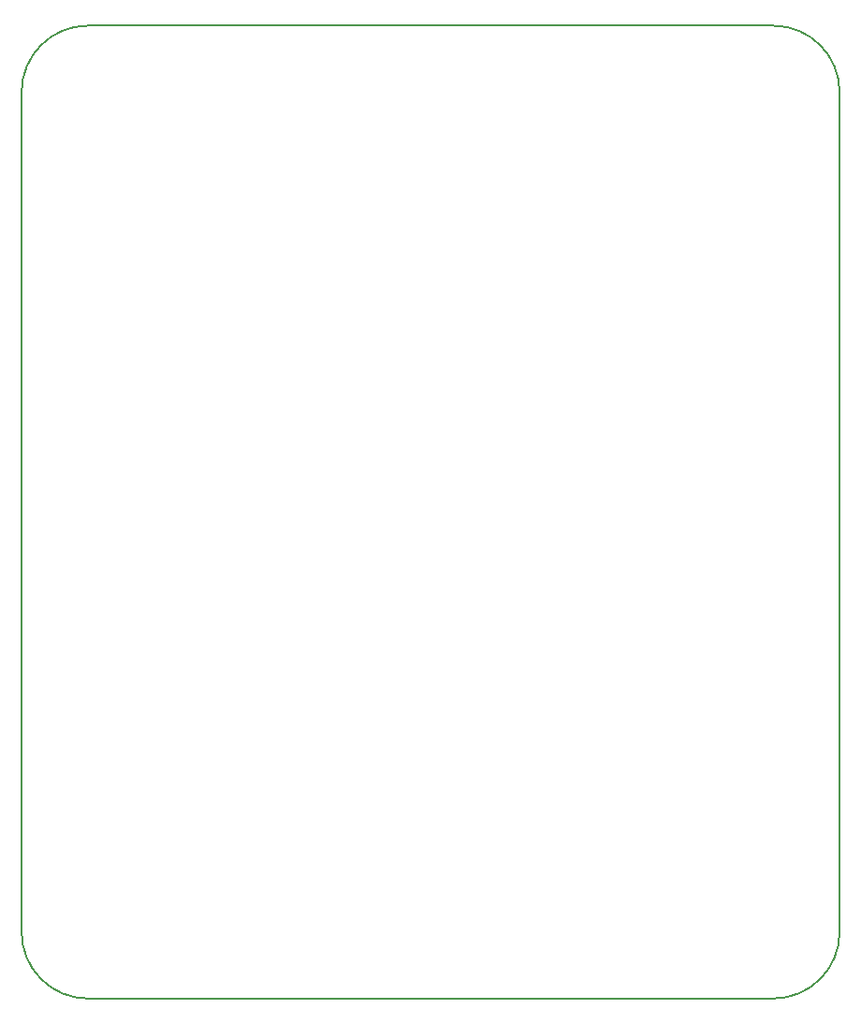
<source format=gbr>
G04 #@! TF.GenerationSoftware,KiCad,Pcbnew,5.0.2+dfsg1-1*
G04 #@! TF.CreationDate,2020-05-10T22:28:15+00:00*
G04 #@! TF.ProjectId,lcd_breakout,6c63645f-6272-4656-916b-6f75742e6b69,v1.0*
G04 #@! TF.SameCoordinates,Original*
G04 #@! TF.FileFunction,Profile,NP*
%FSLAX46Y46*%
G04 Gerber Fmt 4.6, Leading zero omitted, Abs format (unit mm)*
G04 Created by KiCad (PCBNEW 5.0.2+dfsg1-1) date Sun May 10 22:28:15 2020*
%MOMM*%
%LPD*%
G01*
G04 APERTURE LIST*
%ADD10C,0.200000*%
G04 APERTURE END LIST*
D10*
X94000000Y-57000000D02*
X94000000Y-133000000D01*
X162000000Y-51000000D02*
X100000000Y-51000000D01*
X168000000Y-57000000D02*
X168000000Y-133000000D01*
X162000000Y-139000000D02*
X100000000Y-139000000D01*
X168000000Y-133000000D02*
G75*
G02X162000000Y-139000000I-6000000J0D01*
G01*
X100000000Y-139000000D02*
G75*
G02X94000000Y-133000000I0J6000000D01*
G01*
X94000000Y-57000000D02*
G75*
G02X100000000Y-51000000I6000000J0D01*
G01*
X162000000Y-51000000D02*
G75*
G02X168000000Y-57000000I0J-6000000D01*
G01*
M02*

</source>
